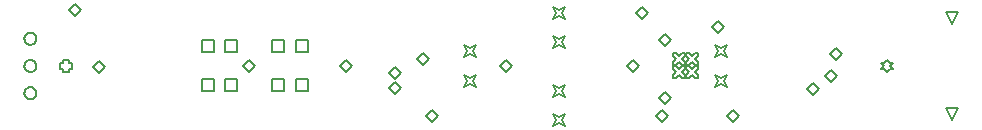
<source format=gbr>
%FSTAX23Y23*%
%MOMM*%
%SFA1B1*%

%IPPOS*%
%ADD56C,0.127000*%
%ADD57C,0.169330*%
%LNmicamp_drawing_1-1*%
%LPD*%
G54D56*
X23491Y09141D02*
Y10157D01*
X24507*
Y09141*
X23491*
X21491D02*
Y10157D01*
X22507*
Y09141*
X21491*
X17491D02*
Y10157D01*
X18507*
Y09141*
X17491*
X15491D02*
Y10157D01*
X16507*
Y09141*
X15491*
Y05842D02*
Y06858D01*
X16507*
Y05842*
X15491*
X17491D02*
Y06858D01*
X18507*
Y05842*
X17491*
X21491D02*
Y06858D01*
X22507*
Y05842*
X21491*
X23491D02*
Y06858D01*
X24507*
Y05842*
X23491*
X78999Y03431D02*
X78491Y04447D01*
X79507*
X78999Y03431*
Y11551D02*
X78491Y12567D01*
X79507*
X78999Y11551*
X73499Y07491D02*
X73753Y07745D01*
X74007*
X73753Y07999*
X74007Y08253*
X73753*
X73499Y08507*
X73245Y08253*
X72991*
X73245Y07999*
X72991Y07745*
X73245*
X73499Y07491*
X37741Y06241D02*
X37995Y06749D01*
X37741Y07257*
X38249Y07003*
X38757Y07257*
X38503Y06749*
X38757Y06241*
X38249Y06495*
X37741Y06241*
Y08741D02*
X37995Y09249D01*
X37741Y09757*
X38249Y09503*
X38757Y09757*
X38503Y09249*
X38757Y08741*
X38249Y08995*
X37741Y08741*
X45241Y11991D02*
X45495Y12499D01*
X45241Y13007*
X45749Y12753*
X46257Y13007*
X46003Y12499*
X46257Y11991*
X45749Y12245*
X45241Y11991*
Y09491D02*
X45495Y09999D01*
X45241Y10507*
X45749Y10253*
X46257Y10507*
X46003Y09999*
X46257Y09491*
X45749Y09745*
X45241Y09491*
Y05391D02*
X45495Y05899D01*
X45241Y06407*
X45749Y06153*
X46257Y06407*
X46003Y05899*
X46257Y05391*
X45749Y05645*
X45241Y05391*
Y02891D02*
X45495Y03399D01*
X45241Y03907*
X45749Y03653*
X46257Y03907*
X46003Y03399*
X46257Y02891*
X45749Y03145*
X45241Y02891*
X58991Y08741D02*
X59245Y09249D01*
X58991Y09757*
X59499Y09503*
X60007Y09757*
X59753Y09249*
X60007Y08741*
X59499Y08995*
X58991Y08741*
Y06241D02*
X59245Y06749D01*
X58991Y07257*
X59499Y07003*
X60007Y07257*
X59753Y06749*
X60007Y06241*
X59499Y06495*
X58991Y06241*
X03745Y07745D02*
Y07491D01*
X04253*
Y07745*
X04507*
Y08253*
X04253*
Y08507*
X03745*
Y08253*
X03491*
Y07745*
X03745*
X55441Y06941D02*
X55695D01*
X55949Y07195*
X56203Y06941*
X56457*
Y07195*
X56203Y07449*
X56457Y07703*
Y07957*
X56203*
X55949Y07703*
X55695Y07957*
X55441*
Y07703*
X55695Y07449*
X55441Y07195*
Y06941*
Y08041D02*
X55695D01*
X55949Y08295*
X56203Y08041*
X56457*
Y08295*
X56203Y08549*
X56457Y08803*
Y09057*
X56203*
X55949Y08803*
X55695Y09057*
X55441*
Y08803*
X55695Y08549*
X55441Y08295*
Y08041*
X56541Y06941D02*
X56795D01*
X57049Y07195*
X57303Y06941*
X57557*
Y07195*
X57303Y07449*
X57557Y07703*
Y07957*
X57303*
X57049Y07703*
X56795Y07957*
X56541*
Y07703*
X56795Y07449*
X56541Y07195*
Y06941*
Y08041D02*
X56795D01*
X57049Y08295*
X57303Y08041*
X57557*
Y08295*
X57303Y08549*
X57557Y08803*
Y09057*
X57303*
X57049Y08803*
X56795Y09057*
X56541*
Y08803*
X56795Y08549*
X56541Y08295*
Y08041*
X68241Y07099D02*
X68749Y07607D01*
X69257Y07099*
X68749Y06591*
X68241Y07099*
X68741Y08999D02*
X69249Y09507D01*
X69757Y08999*
X69249Y08491*
X68741Y08999*
X66741Y05999D02*
X67249Y06507D01*
X67757Y05999*
X67249Y05491*
X66741Y05999*
X34516Y03774D02*
X35024Y04282D01*
X35532Y03774*
X35024Y03266*
X34516Y03774*
X04241Y12749D02*
X04749Y13257D01*
X05257Y12749*
X04749Y12241*
X04241Y12749*
X59991Y03749D02*
X60499Y04257D01*
X61007Y03749*
X60499Y03241*
X59991Y03749*
X33741Y08549D02*
X34249Y09057D01*
X34757Y08549*
X34249Y08041*
X33741Y08549*
X40741Y07999D02*
X41249Y08507D01*
X41757Y07999*
X41249Y07491*
X40741Y07999*
X27241D02*
X27749Y08507D01*
X28257Y07999*
X27749Y07491*
X27241Y07999*
X51491D02*
X51999Y08507D01*
X52507Y07999*
X51999Y07491*
X51491Y07999*
X58741Y11249D02*
X59249Y11757D01*
X59757Y11249*
X59249Y10741*
X58741Y11249*
X54241Y10224D02*
X54749Y10732D01*
X55257Y10224*
X54749Y09716*
X54241Y10224*
Y05249D02*
X54749Y05757D01*
X55257Y05249*
X54749Y04741*
X54241Y05249*
X52266Y12474D02*
X52774Y12982D01*
X53282Y12474*
X52774Y11966*
X52266Y12474*
X53991Y03749D02*
X54499Y04257D01*
X55007Y03749*
X54499Y03241*
X53991Y03749*
X06291Y07874D02*
X06799Y08382D01*
X07307Y07874*
X06799Y07366*
X06291Y07874*
X18991Y07999D02*
X19499Y08507D01*
X20007Y07999*
X19499Y07491*
X18991Y07999*
X31376Y07364D02*
X31884Y07872D01*
X32392Y07364*
X31884Y06856*
X31376Y07364*
Y06094D02*
X31884Y06602D01*
X32392Y06094*
X31884Y05586*
X31376Y06094*
G54D57*
X01507Y05699D02*
D01*
X01506Y05735*
X01503Y0577*
X01496Y05805*
X01488Y0584*
X01477Y05873*
X01464Y05906*
X01448Y05938*
X0143Y05969*
X0141Y05998*
X01389Y06026*
X01365Y06052*
X01339Y06077*
X01312Y061*
X01284Y06121*
X01253Y06139*
X01222Y06156*
X0119Y06171*
X01156Y06183*
X01122Y06192*
X01088Y062*
X01053Y06205*
X01017Y06207*
X00982*
X00946Y06205*
X00911Y062*
X00877Y06192*
X00843Y06183*
X00809Y06171*
X00777Y06156*
X00745Y06139*
X00715Y06121*
X00687Y061*
X0066Y06077*
X00634Y06052*
X0061Y06026*
X00589Y05998*
X00569Y05969*
X00551Y05938*
X00535Y05906*
X00522Y05873*
X00511Y0584*
X00503Y05805*
X00496Y0577*
X00493Y05735*
X00491Y05699*
X00493Y05664*
X00496Y05629*
X00503Y05594*
X00511Y05559*
X00522Y05526*
X00535Y05493*
X00551Y05461*
X00569Y0543*
X00589Y05401*
X0061Y05373*
X00634Y05347*
X0066Y05322*
X00687Y05299*
X00715Y05278*
X00745Y0526*
X00777Y05243*
X00809Y05228*
X00843Y05216*
X00877Y05207*
X00911Y05199*
X00946Y05194*
X00982Y05192*
X01017*
X01053Y05194*
X01088Y05199*
X01122Y05207*
X01156Y05216*
X0119Y05228*
X01222Y05243*
X01253Y0526*
X01284Y05278*
X01312Y05299*
X01339Y05322*
X01365Y05347*
X01389Y05373*
X0141Y05401*
X0143Y0543*
X01448Y05461*
X01464Y05493*
X01477Y05526*
X01488Y05559*
X01496Y05594*
X01503Y05629*
X01506Y05664*
X01507Y05699*
Y07999D02*
D01*
X01506Y08035*
X01503Y0807*
X01496Y08105*
X01488Y0814*
X01477Y08173*
X01464Y08206*
X01448Y08238*
X0143Y08269*
X0141Y08298*
X01389Y08326*
X01365Y08352*
X01339Y08377*
X01312Y084*
X01284Y08421*
X01253Y08439*
X01222Y08456*
X0119Y08471*
X01156Y08483*
X01122Y08492*
X01088Y085*
X01053Y08505*
X01017Y08507*
X00982*
X00946Y08505*
X00911Y085*
X00877Y08492*
X00843Y08483*
X00809Y08471*
X00777Y08456*
X00745Y08439*
X00715Y08421*
X00687Y084*
X0066Y08377*
X00634Y08352*
X0061Y08326*
X00589Y08298*
X00569Y08269*
X00551Y08238*
X00535Y08206*
X00522Y08173*
X00511Y0814*
X00503Y08105*
X00496Y0807*
X00493Y08035*
X00491Y07999*
X00493Y07964*
X00496Y07929*
X00503Y07894*
X00511Y07859*
X00522Y07826*
X00535Y07793*
X00551Y07761*
X00569Y0773*
X00589Y07701*
X0061Y07673*
X00634Y07647*
X0066Y07622*
X00687Y07599*
X00715Y07578*
X00745Y0756*
X00777Y07543*
X00809Y07528*
X00843Y07516*
X00877Y07507*
X00911Y07499*
X00946Y07494*
X00982Y07492*
X01017*
X01053Y07494*
X01088Y07499*
X01122Y07507*
X01156Y07516*
X0119Y07528*
X01222Y07543*
X01253Y0756*
X01284Y07578*
X01312Y07599*
X01339Y07622*
X01365Y07647*
X01389Y07673*
X0141Y07701*
X0143Y0773*
X01448Y07761*
X01464Y07793*
X01477Y07826*
X01488Y07859*
X01496Y07894*
X01503Y07929*
X01506Y07964*
X01507Y07999*
Y10299D02*
D01*
X01506Y10335*
X01503Y1037*
X01496Y10405*
X01488Y1044*
X01477Y10473*
X01464Y10506*
X01448Y10538*
X0143Y10569*
X0141Y10598*
X01389Y10626*
X01365Y10652*
X01339Y10677*
X01312Y107*
X01284Y10721*
X01253Y10739*
X01222Y10756*
X0119Y1077*
X01156Y10783*
X01122Y10792*
X01088Y108*
X01053Y10805*
X01017Y10807*
X00982*
X00946Y10805*
X00911Y108*
X00877Y10792*
X00843Y10783*
X00809Y1077*
X00777Y10756*
X00745Y10739*
X00715Y10721*
X00687Y107*
X0066Y10677*
X00634Y10652*
X0061Y10626*
X00589Y10598*
X00569Y10569*
X00551Y10538*
X00535Y10506*
X00522Y10473*
X00511Y1044*
X00503Y10405*
X00496Y1037*
X00493Y10335*
X00491Y10299*
X00493Y10264*
X00496Y10229*
X00503Y10194*
X00511Y10159*
X00522Y10126*
X00535Y10093*
X00551Y10061*
X00569Y1003*
X00589Y10001*
X0061Y09973*
X00634Y09947*
X0066Y09922*
X00687Y09899*
X00715Y09878*
X00745Y0986*
X00777Y09843*
X00809Y09828*
X00843Y09816*
X00877Y09807*
X00911Y09799*
X00946Y09794*
X00982Y09792*
X01017*
X01053Y09794*
X01088Y09799*
X01122Y09807*
X01156Y09816*
X0119Y09828*
X01222Y09843*
X01253Y0986*
X01284Y09878*
X01312Y09899*
X01339Y09922*
X01365Y09947*
X01389Y09973*
X0141Y10001*
X0143Y1003*
X01448Y10061*
X01464Y10093*
X01477Y10126*
X01488Y10159*
X01496Y10194*
X01503Y10229*
X01506Y10264*
X01507Y10299*
M02*
</source>
